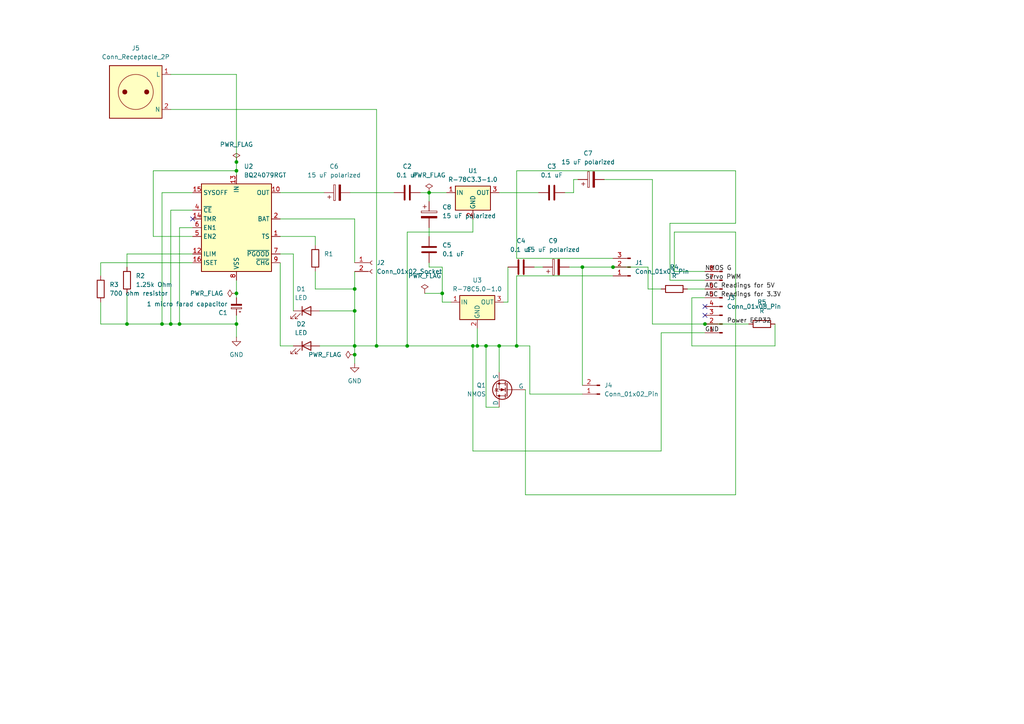
<source format=kicad_sch>
(kicad_sch (version 20250114) (generator "eeschema") (generator_version "9.0")
  (paper "A4")
  (lib_symbols
    (symbol "Battery_Management:BQ24079RGT"
      (property "Reference" "U" (at -8.89 13.97 0))
      (property "Value" "BQ24079RGT" (at 16.51 13.97 0))
      (symbol "BQ24079RGT_0_1"
        (rectangle (start -10.16 12.7) (end 10.16 -12.7) (stroke (width 0.254)) (fill (type background)))
      )
      (symbol "BQ24079RGT_1_1"
        (pin input line (at -12.7 10.16 0) (length 2.54) (name "SYSOFF") (number "15"))
        (pin input line (at -12.7 5.08 0) (length 2.54) (name "~{CE}") (number "4"))
        (pin input line (at -12.7 2.54 0) (length 2.54) (name "TMR") (number "14"))
        (pin input line (at -12.7 0 0) (length 2.54) (name "EN1") (number "6"))
        (pin input line (at -12.7 -2.54 0) (length 2.54) (name "EN2") (number "5"))
        (pin passive line (at -12.7 -7.62 0) (length 2.54) (name "ILIM") (number "12"))
        (pin passive line (at -12.7 -10.16 0) (length 2.54) (name "ISET") (number "16"))
        (pin power_in line (at 0 15.24 270) (length 2.54) (name "IN") (number "13"))
        (pin passive line (at 0 -15.24 90) (length 2.54) (hide yes) (name "VSS") (number "17"))
        (pin power_in line (at 0 -15.24 90) (length 2.54) (name "VSS") (number "8"))
        (pin power_out line (at 12.7 10.16 180) (length 2.54) (name "OUT") (number "10"))
        (pin passive line (at 12.7 10.16 180) (length 2.54) (hide yes) (name "OUT") (number "11"))
        (pin power_out line (at 12.7 2.54 180) (length 2.54) (name "BAT") (number "2"))
        (pin passive line (at 12.7 2.54 180) (length 2.54) (hide yes) (name "BAT") (number "3"))
        (pin passive line (at 12.7 -2.54 180) (length 2.54) (name "TS") (number "1"))
        (pin open_collector line (at 12.7 -7.62 180) (length 2.54) (name "~{PGOOD}") (number "7"))
        (pin open_collector line (at 12.7 -10.16 180) (length 2.54) (name "~{CHG}") (number "9"))
      )
    )
    (symbol "Connector:Conn_01x02_Pin" (pin_names (offset 1.016) (hide yes))
      (property "Reference" "J" (at 0 2.54 0))
      (property "Value" "Conn_01x02_Pin" (at 0 -5.08 0))
      (symbol "Conn_01x02_Pin_1_1"
        (rectangle (start 0.8636 0.127) (end 0 -0.127) (stroke (width 0.1524)) (fill (type outline)))
        (rectangle (start 0.8636 -2.413) (end 0 -2.667) (stroke (width 0.1524)) (fill (type outline)))
        (polyline (pts (xy 1.27 0) (xy 0.8636 0)) (stroke (width 0.1524)))
        (polyline (pts (xy 1.27 -2.54) (xy 0.8636 -2.54)) (stroke (width 0.1524)))
        (pin passive line (at 5.08 0 180) (length 3.81) (name "Pin_1") (number "1"))
        (pin passive line (at 5.08 -2.54 180) (length 3.81) (name "Pin_2") (number "2"))
      )
    )
    (symbol "Connector:Conn_01x02_Socket" (pin_names (offset 1.016) (hide yes))
      (property "Reference" "J" (at 0 2.54 0))
      (property "Value" "Conn_01x02_Socket" (at 0 -5.08 0))
      (symbol "Conn_01x02_Socket_1_1"
        (polyline (pts (xy -1.27 0) (xy -0.508 0)) (stroke (width 0.1524)))
        (polyline (pts (xy -1.27 -2.54) (xy -0.508 -2.54)) (stroke (width 0.1524)))
        (arc (start 0 -0.508) (mid -0.5058 0) (end 0 0.508) (stroke (width 0.1524)))
        (arc (start 0 -3.048) (mid -0.5058 -2.54) (end 0 -2.032) (stroke (width 0.1524)))
        (pin passive line (at -5.08 0 0) (length 3.81) (name "Pin_1") (number "1"))
        (pin passive line (at -5.08 -2.54 0) (length 3.81) (name "Pin_2") (number "2"))
      )
    )
    (symbol "Connector:Conn_01x03_Pin" (pin_names (offset 1.016) (hide yes))
      (property "Reference" "J" (at 0 5.08 0))
      (property "Value" "Conn_01x03_Pin" (at 0 -5.08 0))
      (symbol "Conn_01x03_Pin_1_1"
        (rectangle (start 0.8636 2.667) (end 0 2.413) (stroke (width 0.1524)) (fill (type outline)))
        (rectangle (start 0.8636 0.127) (end 0 -0.127) (stroke (width 0.1524)) (fill (type outline)))
        (rectangle (start 0.8636 -2.413) (end 0 -2.667) (stroke (width 0.1524)) (fill (type outline)))
        (polyline (pts (xy 1.27 2.54) (xy 0.8636 2.54)) (stroke (width 0.1524)))
        (polyline (pts (xy 1.27 0) (xy 0.8636 0)) (stroke (width 0.1524)))
        (polyline (pts (xy 1.27 -2.54) (xy 0.8636 -2.54)) (stroke (width 0.1524)))
        (pin passive line (at 5.08 2.54 180) (length 3.81) (name "Pin_1") (number "1"))
        (pin passive line (at 5.08 0 180) (length 3.81) (name "Pin_2") (number "2"))
        (pin passive line (at 5.08 -2.54 180) (length 3.81) (name "Pin_3") (number "3"))
      )
    )
    (symbol "Connector:Conn_01x08_Pin" (pin_names (offset 1.016) (hide yes))
      (property "Reference" "J" (at 0 10.16 0))
      (property "Value" "Conn_01x08_Pin" (at 0 -12.7 0))
      (symbol "Conn_01x08_Pin_1_1"
        (rectangle (start 0.8636 7.747) (end 0 7.493) (stroke (width 0.1524)) (fill (type outline)))
        (rectangle (start 0.8636 5.207) (end 0 4.953) (stroke (width 0.1524)) (fill (type outline)))
        (rectangle (start 0.8636 2.667) (end 0 2.413) (stroke (width 0.1524)) (fill (type outline)))
        (rectangle (start 0.8636 0.127) (end 0 -0.127) (stroke (width 0.1524)) (fill (type outline)))
        (rectangle (start 0.8636 -2.413) (end 0 -2.667) (stroke (width 0.1524)) (fill (type outline)))
        (rectangle (start 0.8636 -4.953) (end 0 -5.207) (stroke (width 0.1524)) (fill (type outline)))
        (rectangle (start 0.8636 -7.493) (end 0 -7.747) (stroke (width 0.1524)) (fill (type outline)))
        (rectangle (start 0.8636 -10.033) (end 0 -10.287) (stroke (width 0.1524)) (fill (type outline)))
        (polyline (pts (xy 1.27 7.62) (xy 0.8636 7.62)) (stroke (width 0.1524)))
        (polyline (pts (xy 1.27 5.08) (xy 0.8636 5.08)) (stroke (width 0.1524)))
        (polyline (pts (xy 1.27 2.54) (xy 0.8636 2.54)) (stroke (width 0.1524)))
        (polyline (pts (xy 1.27 0) (xy 0.8636 0)) (stroke (width 0.1524)))
        (polyline (pts (xy 1.27 -2.54) (xy 0.8636 -2.54)) (stroke (width 0.1524)))
        (polyline (pts (xy 1.27 -5.08) (xy 0.8636 -5.08)) (stroke (width 0.1524)))
        (polyline (pts (xy 1.27 -7.62) (xy 0.8636 -7.62)) (stroke (width 0.1524)))
        (polyline (pts (xy 1.27 -10.16) (xy 0.8636 -10.16)) (stroke (width 0.1524)))
        (pin passive line (at 5.08 7.62 180) (length 3.81) (name "Pin_1") (number "1"))
        (pin passive line (at 5.08 5.08 180) (length 3.81) (name "Pin_2") (number "2"))
        (pin passive line (at 5.08 2.54 180) (length 3.81) (name "Pin_3") (number "3"))
        (pin passive line (at 5.08 0 180) (length 3.81) (name "Pin_4") (number "4"))
        (pin passive line (at 5.08 -2.54 180) (length 3.81) (name "Pin_5") (number "5"))
        (pin passive line (at 5.08 -5.08 180) (length 3.81) (name "Pin_6") (number "6"))
        (pin passive line (at 5.08 -7.62 180) (length 3.81) (name "Pin_7") (number "7"))
        (pin passive line (at 5.08 -10.16 180) (length 3.81) (name "Pin_8") (number "8"))
      )
    )
    (symbol "Connector:Conn_Receptacle_2P"
      (property "Reference" "J" (at -7.112 8.636 0))
      (property "Value" "Conn_Receptacle_2P" (at 0.254 -8.89 0))
      (symbol "Conn_Receptacle_2P_0_1"
        (circle (center 0 0) (radius 5.08))
      )
      (symbol "Conn_Receptacle_2P_1_1"
        (rectangle (start -7.62 7.62) (end 7.62 -7.62) (stroke (width 0.254)) (fill (type background)))
        (circle (center -3.175 0) (radius 0.635) (fill (type outline)))
        (circle (center 3.175 0) (radius 0.635) (fill (type outline)))
        (pin power_in line (at 10.16 5.08 180) (length 2.54) (name "L") (number "1"))
        (pin power_out line (at 10.16 -5.08 180) (length 2.54) (name "N") (number "2"))
      )
    )
    (symbol "Device:C" (pin_numbers (hide yes)) (pin_names (offset 0.254))
      (property "Reference" "C" (at 0.635 2.54 0))
      (property "Value" "C" (at 0.635 -2.54 0))
      (symbol "C_0_1"
        (polyline (pts (xy -2.032 0.762) (xy 2.032 0.762)) (stroke (width 0.508)))
        (polyline (pts (xy -2.032 -0.762) (xy 2.032 -0.762)) (stroke (width 0.508)))
      )
      (symbol "C_1_1"
        (pin passive line (at 0 3.81 270) (length 2.794) (name "~") (number "1"))
        (pin passive line (at 0 -3.81 90) (length 2.794) (name "~") (number "2"))
      )
    )
    (symbol "Device:C_Polarized" (pin_numbers (hide yes)) (pin_names (offset 0.254))
      (property "Reference" "C" (at 0.635 2.54 0))
      (property "Value" "C_Polarized" (at 0.635 -2.54 0))
      (symbol "C_Polarized_0_1"
        (rectangle (start -2.286 0.508) (end 2.286 1.016))
        (polyline (pts (xy -1.778 2.286) (xy -0.762 2.286)))
        (polyline (pts (xy -1.27 2.794) (xy -1.27 1.778)))
        (rectangle (start 2.286 -0.508) (end -2.286 -1.016) (fill (type outline)))
      )
      (symbol "C_Polarized_1_1"
        (pin passive line (at 0 3.81 270) (length 2.794) (name "~") (number "1"))
        (pin passive line (at 0 -3.81 90) (length 2.794) (name "~") (number "2"))
      )
    )
    (symbol "Device:C_Polarized_Small" (pin_numbers (hide yes)) (pin_names (offset 0.254) (hide yes))
      (property "Reference" "C" (at 0.254 1.778 0))
      (property "Value" "C_Polarized_Small" (at 0.254 -2.032 0))
      (symbol "C_Polarized_Small_0_1"
        (rectangle (start -1.524 0.6858) (end 1.524 0.3048))
        (rectangle (start -1.524 -0.3048) (end 1.524 -0.6858) (fill (type outline)))
        (polyline (pts (xy -1.27 1.524) (xy -0.762 1.524)))
        (polyline (pts (xy -1.016 1.27) (xy -1.016 1.778)))
      )
      (symbol "C_Polarized_Small_1_1"
        (pin passive line (at 0 2.54 270) (length 1.8542) (name "~") (number "1"))
        (pin passive line (at 0 -2.54 90) (length 1.8542) (name "~") (number "2"))
      )
    )
    (symbol "Device:LED" (pin_numbers (hide yes)) (pin_names (offset 1.016) (hide yes))
      (property "Reference" "D" (at 0 2.54 0))
      (property "Value" "LED" (at 0 -2.54 0))
      (symbol "LED_0_1"
        (polyline (pts (xy -3.048 -0.762) (xy -4.572 -2.286) (xy -3.81 -2.286) (xy -4.572 -2.286) (xy -4.572 -1.524)))
        (polyline (pts (xy -1.778 -0.762) (xy -3.302 -2.286) (xy -2.54 -2.286) (xy -3.302 -2.286) (xy -3.302 -1.524)))
        (polyline (pts (xy -1.27 0) (xy 1.27 0)))
        (polyline (pts (xy -1.27 -1.27) (xy -1.27 1.27)) (stroke (width 0.254)))
        (polyline (pts (xy 1.27 -1.27) (xy 1.27 1.27) (xy -1.27 0) (xy 1.27 -1.27)) (stroke (width 0.254)))
      )
      (symbol "LED_1_1"
        (pin passive line (at -3.81 0 0) (length 2.54) (name "K") (number "1"))
        (pin passive line (at 3.81 0 180) (length 2.54) (name "A") (number "2"))
      )
    )
    (symbol "Device:R" (pin_numbers (hide yes)) (pin_names (offset 0))
      (property "Reference" "R" (at 2.032 0 90))
      (property "Value" "R" (at 0 0 90))
      (symbol "R_0_1"
        (rectangle (start -1.016 -2.54) (end 1.016 2.54) (stroke (width 0.254)))
      )
      (symbol "R_1_1"
        (pin passive line (at 0 3.81 270) (length 1.27) (name "~") (number "1"))
        (pin passive line (at 0 -3.81 90) (length 1.27) (name "~") (number "2"))
      )
    )
    (symbol "Regulator_Switching:R-78C3.3-1.0" (pin_names (offset 0.254))
      (property "Reference" "U" (at -3.81 3.175 0))
      (property "Value" "R-78C3.3-1.0" (at 0 3.175 0))
      (symbol "R-78C3.3-1.0_0_1"
        (rectangle (start -5.08 1.905) (end 5.08 -5.08) (stroke (width 0.254)) (fill (type background)))
      )
      (symbol "R-78C3.3-1.0_1_1"
        (pin power_in line (at -7.62 0 0) (length 2.54) (name "IN") (number "1"))
        (pin power_in line (at 0 -7.62 90) (length 2.54) (name "GND") (number "2"))
        (pin power_out line (at 7.62 0 180) (length 2.54) (name "OUT") (number "3"))
      )
    )
    (symbol "Regulator_Switching:R-78C5.0-1.0" (pin_names (offset 0.254))
      (property "Reference" "U" (at -3.81 3.175 0))
      (property "Value" "R-78C5.0-1.0" (at 0 3.175 0))
      (symbol "R-78C5.0-1.0_0_1"
        (rectangle (start -5.08 1.905) (end 5.08 -5.08) (stroke (width 0.254)) (fill (type background)))
      )
      (symbol "R-78C5.0-1.0_1_1"
        (pin power_in line (at -7.62 0 0) (length 2.54) (name "IN") (number "1"))
        (pin power_in line (at 0 -7.62 90) (length 2.54) (name "GND") (number "2"))
        (pin power_out line (at 7.62 0 180) (length 2.54) (name "OUT") (number "3"))
      )
    )
    (symbol "Simulation_SPICE:NMOS" (pin_numbers (hide yes)) (pin_names (offset 0))
      (property "Reference" "Q" (at 5.08 1.27 0))
      (property "Value" "NMOS" (at 5.08 -1.27 0))
      (symbol "NMOS_0_1"
        (polyline (pts (xy 0.254 1.905) (xy 0.254 -1.905)) (stroke (width 0.254)))
        (polyline (pts (xy 0.254 0) (xy -2.54 0)))
        (polyline (pts (xy 0.762 2.286) (xy 0.762 1.27)) (stroke (width 0.254)))
        (polyline (pts (xy 0.762 0.508) (xy 0.762 -0.508)) (stroke (width 0.254)))
        (polyline (pts (xy 0.762 -1.27) (xy 0.762 -2.286)) (stroke (width 0.254)))
        (polyline (pts (xy 0.762 -1.778) (xy 3.302 -1.778) (xy 3.302 1.778) (xy 0.762 1.778)))
        (polyline (pts (xy 1.016 0) (xy 2.032 0.381) (xy 2.032 -0.381) (xy 1.016 0)) (fill (type outline)))
        (circle (center 1.651 0) (radius 2.794) (stroke (width 0.254)))
        (polyline (pts (xy 2.54 2.54) (xy 2.54 1.778)))
        (circle (center 2.54 1.778) (radius 0.254) (fill (type outline)))
        (circle (center 2.54 -1.778) (radius 0.254) (fill (type outline)))
        (polyline (pts (xy 2.54 -2.54) (xy 2.54 0) (xy 0.762 0)))
        (polyline (pts (xy 2.794 0.508) (xy 2.921 0.381) (xy 3.683 0.381) (xy 3.81 0.254)))
        (polyline (pts (xy 3.302 0.381) (xy 2.921 -0.254) (xy 3.683 -0.254) (xy 3.302 0.381)))
      )
      (symbol "NMOS_1_1"
        (pin input line (at -5.08 0 0) (length 2.54) (name "G") (number "2"))
        (pin passive line (at 2.54 5.08 270) (length 2.54) (name "D") (number "1"))
        (pin passive line (at 2.54 -5.08 90) (length 2.54) (name "S") (number "3"))
      )
    )
    (symbol "power:GND" (power) (pin_numbers (hide yes)) (pin_names (offset 0) (hide yes))
      (property "Value" "GND" (at 0 -3.81 0))
      (symbol "GND_0_1"
        (polyline (pts (xy 0 0) (xy 0 -1.27) (xy 1.27 -1.27) (xy 0 -2.54) (xy -1.27 -1.27) (xy 0 -1.27)))
      )
      (symbol "GND_1_1"
        (pin power_in line (at 0 0 270) (length 0) (name "~") (number "1"))
      )
    )
    (symbol "power:PWR_FLAG" (power) (pin_numbers (hide yes)) (pin_names (offset 0) (hide yes))
      (property "Value" "PWR_FLAG" (at 0 3.81 0))
      (symbol "PWR_FLAG_0_0"
        (pin power_out line (at 0 0 90) (length 0) (name "~") (number "1"))
      )
      (symbol "PWR_FLAG_0_1"
        (polyline (pts (xy 0 0) (xy 0 1.27) (xy -1.016 1.905) (xy 0 2.54) (xy 1.016 1.905) (xy 0 1.27)))
      )
    )
  )
  (junction (at 149.86 100.33))
  (junction (at 68.58 85.09))
  (junction (at 52.07 93.98))
  (junction (at 204.47 93.98))
  (junction (at 102.87 100.33))
  (junction (at 102.87 83.82))
  (junction (at 68.58 93.98))
  (junction (at 102.87 90.17))
  (junction (at 49.53 93.98))
  (junction (at 128.27 85.09))
  (junction (at 124.46 55.88))
  (junction (at 144.78 100.33))
  (junction (at 138.43 100.33))
  (junction (at 177.8 77.47))
  (junction (at 168.91 77.47))
  (junction (at 109.22 100.33))
  (junction (at 46.99 93.98))
  (junction (at 137.16 100.33))
  (junction (at 102.87 102.87))
  (junction (at 68.58 46.99))
  (junction (at 118.11 100.33))
  (junction (at 140.97 100.33))
  (junction (at 36.83 93.98))
  (junction (at 68.58 49.53))
  (no_connect (at 55.88 63.5))
  (no_connect (at 204.47 91.44))
  (no_connect (at 204.47 88.9))
  (wire (pts (xy 36.83 93.98) (xy 46.99 93.98)))
  (wire (pts (xy 124.46 77.47) (xy 128.27 77.47)))
  (wire (pts (xy 189.23 93.98) (xy 204.47 93.98)))
  (wire (pts (xy 85.09 73.66) (xy 85.09 90.17)))
  (wire (pts (xy 144.78 55.88) (xy 156.21 55.88)))
  (wire (pts (xy 149.86 100.33) (xy 144.78 100.33)))
  (wire (pts (xy 195.58 67.31) (xy 213.36 67.31)))
  (wire (pts (xy 55.88 73.66) (xy 36.83 73.66)))
  (wire (pts (xy 140.97 100.33) (xy 138.43 100.33)))
  (wire (pts (xy 49.53 31.75) (xy 109.22 31.75)))
  (wire (pts (xy 68.58 91.44) (xy 68.58 93.98)))
  (wire (pts (xy 68.58 85.09) (xy 68.58 86.36)))
  (wire (pts (xy 121.92 55.88) (xy 124.46 55.88)))
  (wire (pts (xy 81.28 68.58) (xy 91.44 68.58)))
  (wire (pts (xy 68.58 21.59) (xy 68.58 46.99)))
  (wire (pts (xy 49.53 60.96) (xy 49.53 93.98)))
  (wire (pts (xy 81.28 55.88) (xy 93.98 55.88)))
  (wire (pts (xy 81.28 76.2) (xy 81.28 100.33)))
  (wire (pts (xy 44.45 49.53) (xy 68.58 49.53)))
  (wire (pts (xy 154.94 77.47) (xy 157.48 77.47)))
  (wire (pts (xy 92.71 90.17) (xy 102.87 90.17)))
  (wire (pts (xy 165.1 77.47) (xy 168.91 77.47)))
  (wire (pts (xy 55.88 66.04) (xy 52.07 66.04)))
  (wire (pts (xy 92.71 100.33) (xy 102.87 100.33)))
  (wire (pts (xy 118.11 67.31) (xy 118.11 100.33)))
  (wire (pts (xy 29.21 87.63) (xy 29.21 93.98)))
  (wire (pts (xy 91.44 68.58) (xy 91.44 71.12)))
  (wire (pts (xy 46.99 93.98) (xy 49.53 93.98)))
  (wire (pts (xy 152.4 143.51) (xy 213.36 143.51)))
  (wire (pts (xy 128.27 85.09) (xy 128.27 77.47)))
  (wire (pts (xy 137.16 63.5) (xy 137.16 67.31)))
  (wire (pts (xy 52.07 93.98) (xy 68.58 93.98)))
  (wire (pts (xy 102.87 63.5) (xy 102.87 76.2)))
  (wire (pts (xy 138.43 95.25) (xy 138.43 100.33)))
  (wire (pts (xy 137.16 100.33) (xy 118.11 100.33)))
  (wire (pts (xy 149.86 74.93) (xy 149.86 49.53)))
  (wire (pts (xy 36.83 85.09) (xy 36.83 93.98)))
  (wire (pts (xy 55.88 55.88) (xy 46.99 55.88)))
  (wire (pts (xy 85.09 100.33) (xy 81.28 100.33)))
  (wire (pts (xy 124.46 76.2) (xy 124.46 77.47)))
  (wire (pts (xy 68.58 81.28) (xy 68.58 85.09)))
  (wire (pts (xy 49.53 93.98) (xy 52.07 93.98)))
  (wire (pts (xy 187.96 83.82) (xy 191.77 83.82)))
  (wire (pts (xy 138.43 100.33) (xy 137.16 100.33)))
  (wire (pts (xy 175.26 52.07) (xy 189.23 52.07)))
  (wire (pts (xy 81.28 73.66) (xy 85.09 73.66)))
  (wire (pts (xy 152.4 113.03) (xy 152.4 143.51)))
  (wire (pts (xy 166.37 55.88) (xy 163.83 55.88)))
  (wire (pts (xy 149.86 74.93) (xy 177.8 74.93)))
  (wire (pts (xy 194.31 64.77) (xy 213.36 64.77)))
  (wire (pts (xy 204.47 93.98) (xy 217.17 93.98)))
  (wire (pts (xy 153.67 114.3) (xy 153.67 100.33)))
  (wire (pts (xy 109.22 100.33) (xy 102.87 100.33)))
  (wire (pts (xy 124.46 55.88) (xy 129.54 55.88)))
  (wire (pts (xy 168.91 77.47) (xy 168.91 111.76)))
  (wire (pts (xy 91.44 78.74) (xy 91.44 83.82)))
  (wire (pts (xy 102.87 105.41) (xy 102.87 102.87)))
  (wire (pts (xy 191.77 130.81) (xy 191.77 96.52)))
  (wire (pts (xy 144.78 100.33) (xy 144.78 107.95)))
  (wire (pts (xy 187.96 77.47) (xy 187.96 83.82)))
  (wire (pts (xy 213.36 49.53) (xy 213.36 64.77)))
  (wire (pts (xy 191.77 96.52) (xy 204.47 96.52)))
  (wire (pts (xy 224.79 93.98) (xy 224.79 100.33)))
  (wire (pts (xy 149.86 49.53) (xy 213.36 49.53)))
  (wire (pts (xy 102.87 90.17) (xy 102.87 83.82)))
  (wire (pts (xy 102.87 78.74) (xy 102.87 83.82)))
  (wire (pts (xy 55.88 68.58) (xy 44.45 68.58)))
  (wire (pts (xy 123.19 85.09) (xy 128.27 85.09)))
  (wire (pts (xy 137.16 130.81) (xy 191.77 130.81)))
  (wire (pts (xy 224.79 100.33) (xy 200.66 100.33)))
  (wire (pts (xy 189.23 52.07) (xy 189.23 93.98)))
  (wire (pts (xy 81.28 63.5) (xy 102.87 63.5)))
  (wire (pts (xy 29.21 80.01) (xy 29.21 76.2)))
  (wire (pts (xy 118.11 100.33) (xy 109.22 100.33)))
  (wire (pts (xy 194.31 81.28) (xy 204.47 81.28)))
  (wire (pts (xy 166.37 52.07) (xy 167.64 52.07)))
  (wire (pts (xy 124.46 55.88) (xy 124.46 58.42)))
  (wire (pts (xy 44.45 68.58) (xy 44.45 49.53)))
  (wire (pts (xy 91.44 83.82) (xy 102.87 83.82)))
  (wire (pts (xy 46.99 55.88) (xy 46.99 93.98)))
  (wire (pts (xy 199.39 83.82) (xy 204.47 83.82)))
  (wire (pts (xy 52.07 66.04) (xy 52.07 93.98)))
  (wire (pts (xy 194.31 64.77) (xy 194.31 81.28)))
  (wire (pts (xy 137.16 67.31) (xy 118.11 67.31)))
  (wire (pts (xy 153.67 100.33) (xy 149.86 100.33)))
  (wire (pts (xy 102.87 102.87) (xy 102.87 100.33)))
  (wire (pts (xy 49.53 21.59) (xy 68.58 21.59)))
  (wire (pts (xy 68.58 46.99) (xy 68.58 49.53)))
  (wire (pts (xy 140.97 118.11) (xy 140.97 100.33)))
  (wire (pts (xy 177.8 77.47) (xy 187.96 77.47)))
  (wire (pts (xy 195.58 67.31) (xy 195.58 78.74)))
  (wire (pts (xy 68.58 93.98) (xy 68.58 97.79)))
  (wire (pts (xy 68.58 49.53) (xy 68.58 50.8)))
  (wire (pts (xy 146.05 87.63) (xy 147.32 87.63)))
  (wire (pts (xy 55.88 60.96) (xy 49.53 60.96)))
  (wire (pts (xy 36.83 73.66) (xy 36.83 77.47)))
  (wire (pts (xy 29.21 93.98) (xy 36.83 93.98)))
  (wire (pts (xy 109.22 31.75) (xy 109.22 100.33)))
  (wire (pts (xy 166.37 52.07) (xy 166.37 55.88)))
  (wire (pts (xy 168.91 114.3) (xy 153.67 114.3)))
  (wire (pts (xy 128.27 87.63) (xy 130.81 87.63)))
  (wire (pts (xy 29.21 76.2) (xy 55.88 76.2)))
  (wire (pts (xy 195.58 78.74) (xy 204.47 78.74)))
  (wire (pts (xy 200.66 86.36) (xy 204.47 86.36)))
  (wire (pts (xy 101.6 55.88) (xy 114.3 55.88)))
  (wire (pts (xy 147.32 87.63) (xy 147.32 77.47)))
  (wire (pts (xy 213.36 143.51) (xy 213.36 67.31)))
  (wire (pts (xy 144.78 118.11) (xy 140.97 118.11)))
  (wire (pts (xy 149.86 80.01) (xy 177.8 80.01)))
  (wire (pts (xy 144.78 100.33) (xy 140.97 100.33)))
  (wire (pts (xy 168.91 77.47) (xy 177.8 77.47)))
  (wire (pts (xy 128.27 87.63) (xy 128.27 85.09)))
  (wire (pts (xy 102.87 100.33) (xy 102.87 90.17)))
  (wire (pts (xy 200.66 100.33) (xy 200.66 86.36)))
  (wire (pts (xy 124.46 66.04) (xy 124.46 68.58)))
  (wire (pts (xy 137.16 130.81) (xy 137.16 100.33)))
  (wire (pts (xy 149.86 80.01) (xy 149.86 100.33)))
  (label "NMOS G" (at 204.47 78.74 0))
  (label "GND" (at 204.47 96.52 0))
  (label "Power ESP32" (at 210.82 93.98 0))
  (label "ADC Readings for 3.3V" (at 204.47 86.36 0))
  (label "ADC Readings for 5V" (at 204.47 83.82 0))
  (label "Servo PWM" (at 204.47 81.28 0))
  (symbol (lib_id "Connector:Conn_01x03_Pin") (at 182.88 77.47 180) (unit 1)
    (property "Reference" "J1" (at 184.15 76.1999 0) (effects (justify right)))
    (property "Value" "Conn_01x03_Pin" (at 184.15 78.7399 0) (effects (justify right)))
    (property "Footprint" "Connector_PinHeader_1.27mm:PinHeader_1x03_P1.27mm_Vertical" (effects (hide yes)))
    (property "Description" "Generic connector, single row, 01x03, script generated" (effects (hide yes)))
  )
  (symbol (lib_id "Device:C_Polarized") (at 124.46 62.23 0) (unit 1)
    (property "Reference" "C8" (at 128.27 60.0709 0) (effects (justify left)))
    (property "Value" "15 uF polarized" (at 128.27 62.6109 0) (effects (justify left)))
    (property "Footprint" "Capacitor_THT:CP_Radial_D6.3mm_P2.50mm" (effects (hide yes)))
    (property "Description" "Polarized capacitor" (effects (hide yes)))
  )
  (symbol (lib_id "Regulator_Switching:R-78C3.3-1.0") (at 137.16 55.88 0) (unit 1)
    (property "Reference" "U1" (at 137.16 49.53 0))
    (property "Value" "R-78C3.3-1.0" (at 137.16 52.07 0))
    (property "Footprint" "Converter_DCDC:Converter_DCDC_RECOM_R-78E-0.5_THT" (effects (hide yes)))
    (property "Datasheet" "https://www.recom-power.com/pdf/Innoline/R-78Cxx-1.0.pdf" (effects (hide yes)))
    (property "Description" "1A Step-Down DC/DC-Regulator, 6-42V input, 3.3V fixed Output Voltage, LM78xx replacement, -40°C to +85°C, SIP3" (effects (hide yes)))
  )
  (symbol (lib_id "Device:R") (at 91.44 74.93 0) (unit 1)
    (property "Reference" "R1" (at 93.98 73.6599 0) (effects (justify left)))
    (property "Value" "10k Ohms" (effects (hide yes)))
    (property "Footprint" "Resistor_THT:R_Axial_DIN0204_L3.6mm_D1.6mm_P7.62mm_Horizontal" (effects (hide yes)))
    (property "Description" "Resistor" (effects (hide yes)))
  )
  (symbol (lib_id "Device:C_Polarized") (at 97.79 55.88 90) (unit 1)
    (property "Reference" "C6" (at 96.901 48.26 90))
    (property "Value" "15 uF polarized" (at 96.901 50.8 90))
    (property "Footprint" "Capacitor_THT:CP_Radial_D6.3mm_P2.50mm" (effects (hide yes)))
    (property "Description" "Polarized capacitor" (effects (hide yes)))
  )
  (symbol (lib_id "Connector:Conn_Receptacle_2P") (at 39.37 26.67 0) (unit 1)
    (property "Reference" "J5" (at 39.37 13.97 0))
    (property "Value" "Conn_Receptacle_2P" (at 39.37 16.51 0))
    (property "Footprint" "Connector_BarrelJack:BarrelJack_CUI_PJ-063AH_Horizontal" (effects (hide yes)))
    (property "Description" "2 Pins non-protected generic plug" (effects (hide yes)))
  )
  (symbol (lib_id "Connector:Conn_01x08_Pin") (at 209.55 88.9 180) (unit 1)
    (property "Reference" "J3" (at 210.82 86.3599 0) (effects (justify right)))
    (property "Value" "Conn_01x08_Pin" (at 210.82 88.8999 0) (effects (justify right)))
    (property "Footprint" "Connector_PinHeader_1.27mm:PinHeader_1x08_P1.27mm_Vertical" (effects (hide yes)))
    (property "Description" "Generic connector, single row, 01x08, script generated" (effects (hide yes)))
  )
  (symbol (lib_id "Battery_Management:BQ24079RGT") (at 68.58 66.04 0) (unit 1)
    (property "Reference" "U2" (at 70.7233 48.26 0) (effects (justify left)))
    (property "Value" "BQ24079RGT" (at 70.7233 50.8 0) (effects (justify left)))
    (property "Footprint" "Package_DFN_QFN:VQFN-16-1EP_3x3mm_P0.5mm_EP1.6x1.6mm" (effects (hide yes)))
    (property "Datasheet" "http://www.ti.com/lit/ds/symlink/bq24079.pdf" (effects (hide yes)))
    (property "Description" "USB-Friendly Li-Ion Battery Charger and Power-Path Management, VQFN-16" (effects (hide yes)))
  )
  (symbol (lib_id "Connector:Conn_01x02_Pin") (at 173.99 114.3 180) (unit 1)
    (property "Reference" "J4" (at 175.26 111.7599 0) (effects (justify right)))
    (property "Value" "Conn_01x02_Pin" (at 175.26 114.2999 0) (effects (justify right)))
    (property "Footprint" "Connector_PinHeader_1.27mm:PinHeader_1x02_P1.27mm_Vertical" (effects (hide yes)))
    (property "Description" "Generic connector, single row, 01x02, script generated" (effects (hide yes)))
  )
  (symbol (lib_id "Simulation_SPICE:NMOS") (at 147.32 113.03 180) (unit 1)
    (property "Reference" "Q1" (at 140.97 111.7599 0) (effects (justify left)))
    (property "Value" "NMOS" (at 140.97 114.2999 0) (effects (justify left)))
    (property "Footprint" "Transistor_Power:GaN_Systems_GaNPX-3_5x6.6mm_Drain3.76x0.6mm" (effects (hide yes)))
    (property "Datasheet" "https://ngspice.sourceforge.io/docs/ngspice-html-manual/manual.xhtml#cha_MOSFETs" (effects (hide yes)))
    (property "Description" "N-MOSFET transistor, drain/source/gate" (effects (hide yes)))
    (property "Sim.Device" "NMOS" (effects (hide yes)))
    (property "Sim.Type" "VDMOS" (effects (hide yes)))
    (property "Sim.Pins" "1=D 2=G 3=S" (effects (hide yes)))
  )
  (symbol (lib_id "Device:C") (at 124.46 72.39 0) (unit 1)
    (property "Reference" "C5" (at 128.27 71.1199 0) (effects (justify left)))
    (property "Value" "0.1 uF" (at 128.27 73.6599 0) (effects (justify left)))
    (property "Footprint" "Capacitor_THT:CP_Radial_D5.0mm_P2.00mm" (effects (hide yes)))
    (property "Description" "Unpolarized capacitor" (effects (hide yes)))
  )
  (symbol (lib_id "Device:LED") (at 88.9 90.17 0) (unit 1)
    (property "Reference" "D1" (at 87.3125 83.82 0))
    (property "Value" "LED" (at 87.3125 86.36 0))
    (property "Footprint" "LED_THT:LED_D5.0mm" (effects (hide yes)))
    (property "Description" "Light emitting diode" (effects (hide yes)))
    (property "Sim.Pins" "1=K 2=A" (effects (hide yes)))
  )
  (symbol (lib_id "power:PWR_FLAG") (at 124.46 55.88 0) (unit 1)
    (property "Reference" "#FLG02" (effects (hide yes)))
    (property "Value" "PWR_FLAG" (at 124.46 50.8 0))
    (property "Description" "Special symbol for telling ERC where power comes from" (effects (hide yes)))
  )
  (symbol (lib_id "Device:R") (at 29.21 83.82 0) (unit 1)
    (property "Reference" "R3" (at 31.75 82.5499 0) (effects (justify left)))
    (property "Value" "700 ohm resistor" (at 31.75 85.0899 0) (effects (justify left)))
    (property "Footprint" "Resistor_THT:R_Axial_DIN0204_L3.6mm_D1.6mm_P7.62mm_Horizontal" (effects (hide yes)))
    (property "Description" "Resistor" (effects (hide yes)))
  )
  (symbol (lib_id "Device:C_Polarized_Small") (at 68.58 88.9 180) (unit 1)
    (property "Reference" "C1" (at 66.04 90.7162 0) (effects (justify left)))
    (property "Value" "1 micro farad capacitor" (at 66.04 88.1762 0) (effects (justify left)))
    (property "Footprint" "Capacitor_THT:CP_Radial_D5.0mm_P2.00mm" (effects (hide yes)))
    (property "Description" "Polarized capacitor, small symbol" (effects (hide yes)))
  )
  (symbol (lib_id "Device:C") (at 160.02 55.88 270) (unit 1)
    (property "Reference" "C3" (at 160.02 48.26 90))
    (property "Value" "0.1 uF" (at 160.02 50.8 90))
    (property "Footprint" "Capacitor_THT:CP_Radial_D5.0mm_P2.00mm" (effects (hide yes)))
    (property "Description" "Unpolarized capacitor" (effects (hide yes)))
  )
  (symbol (lib_id "Device:C") (at 118.11 55.88 270) (unit 1)
    (property "Reference" "C2" (at 118.11 48.26 90))
    (property "Value" "0.1 uF" (at 118.11 50.8 90))
    (property "Footprint" "Capacitor_THT:CP_Radial_D5.0mm_P2.00mm" (effects (hide yes)))
    (property "Description" "Unpolarized capacitor" (effects (hide yes)))
  )
  (symbol (lib_id "Device:R") (at 195.58 83.82 90) (unit 1)
    (property "Reference" "R4" (at 195.58 77.47 90))
    (property "Value" "R" (at 195.58 80.01 90))
    (property "Footprint" "Resistor_THT:R_Axial_DIN0414_L11.9mm_D4.5mm_P5.08mm_Vertical" (effects (hide yes)))
    (property "Description" "Resistor" (effects (hide yes)))
  )
  (symbol (lib_id "power:PWR_FLAG") (at 68.58 85.09 90) (unit 1)
    (property "Reference" "#FLG04" (effects (hide yes)))
    (property "Value" "PWR_FLAG" (at 64.77 85.0899 90) (effects (justify left)))
    (property "Description" "Special symbol for telling ERC where power comes from" (effects (hide yes)))
  )
  (symbol (lib_id "Device:C_Polarized") (at 161.29 77.47 90) (unit 1)
    (property "Reference" "C9" (at 160.401 69.85 90))
    (property "Value" "15 uF polarized" (at 160.401 72.39 90))
    (property "Footprint" "Capacitor_THT:CP_Radial_D6.3mm_P2.50mm" (effects (hide yes)))
    (property "Description" "Polarized capacitor" (effects (hide yes)))
  )
  (symbol (lib_id "power:PWR_FLAG") (at 123.19 85.09 0) (unit 1)
    (property "Reference" "#FLG03" (effects (hide yes)))
    (property "Value" "PWR_FLAG" (at 123.19 80.01 0))
    (property "Description" "Special symbol for telling ERC where power comes from" (effects (hide yes)))
  )
  (symbol (lib_id "Device:C") (at 151.13 77.47 90) (unit 1)
    (property "Reference" "C4" (at 151.13 69.85 90))
    (property "Value" "0.1 uF" (at 151.13 72.39 90))
    (property "Footprint" "Capacitor_THT:CP_Radial_D5.0mm_P2.00mm" (effects (hide yes)))
    (property "Description" "Unpolarized capacitor" (effects (hide yes)))
  )
  (symbol (lib_id "Device:C_Polarized") (at 171.45 52.07 90) (unit 1)
    (property "Reference" "C7" (at 170.561 44.45 90))
    (property "Value" "15 uF polarized" (at 170.561 46.99 90))
    (property "Footprint" "Capacitor_THT:CP_Radial_D6.3mm_P2.50mm" (effects (hide yes)))
    (property "Description" "Polarized capacitor" (effects (hide yes)))
  )
  (symbol (lib_id "power:GND") (at 102.87 105.41 0) (unit 1)
    (property "Reference" "#PWR01" (effects (hide yes)))
    (property "Value" "GND" (at 102.87 110.49 0))
    (property "Description" "Power symbol creates a global label with name \"GND\" , ground" (effects (hide yes)))
  )
  (symbol (lib_id "Device:R") (at 36.83 81.28 0) (unit 1)
    (property "Reference" "R2" (at 39.37 80.0099 0) (effects (justify left)))
    (property "Value" "1.25k Ohm" (at 39.37 82.5499 0) (effects (justify left)))
    (property "Footprint" "Resistor_THT:R_Axial_DIN0204_L3.6mm_D1.6mm_P7.62mm_Horizontal" (effects (hide yes)))
    (property "Description" "Resistor" (effects (hide yes)))
  )
  (symbol (lib_id "Connector:Conn_01x02_Socket") (at 107.95 76.2 0) (unit 1)
    (property "Reference" "J2" (at 109.22 76.1999 0) (effects (justify left)))
    (property "Value" "Conn_01x02_Socket" (at 109.22 78.7399 0) (effects (justify left)))
    (property "Footprint" "Connector_PinSocket_1.27mm:PinSocket_1x02_P1.27mm_Vertical" (effects (hide yes)))
    (property "Description" "Generic connector, single row, 01x02, script generated" (effects (hide yes)))
  )
  (symbol (lib_id "Regulator_Switching:R-78C5.0-1.0") (at 138.43 87.63 0) (unit 1)
    (property "Reference" "U3" (at 138.43 81.28 0))
    (property "Value" "R-78C5.0-1.0" (at 138.43 83.82 0))
    (property "Footprint" "Converter_DCDC:Converter_DCDC_RECOM_R-78E-0.5_THT" (effects (hide yes)))
    (property "Datasheet" "https://www.recom-power.com/pdf/Innoline/R-78Cxx-1.0.pdf" (effects (hide yes)))
    (property "Description" "1A Step-Down DC/DC-Regulator, 7-42V input, 5V fixed Output Voltage, LM78xx replacement, -40°C to +85°C, SIP3" (effects (hide yes)))
  )
  (symbol (lib_id "power:PWR_FLAG") (at 102.87 102.87 90) (unit 1)
    (property "Reference" "#FLG05" (effects (hide yes)))
    (property "Value" "PWR_FLAG" (at 99.06 102.8699 90) (effects (justify left)))
    (property "Description" "Special symbol for telling ERC where power comes from" (effects (hide yes)))
  )
  (symbol (lib_id "Device:LED") (at 88.9 100.33 0) (unit 1)
    (property "Reference" "D2" (at 87.3125 93.98 0))
    (property "Value" "LED" (at 87.3125 96.52 0))
    (property "Footprint" "LED_THT:LED_D5.0mm" (effects (hide yes)))
    (property "Description" "Light emitting diode" (effects (hide yes)))
    (property "Sim.Pins" "1=K 2=A" (effects (hide yes)))
  )
  (symbol (lib_id "power:PWR_FLAG") (at 68.58 46.99 0) (unit 1)
    (property "Reference" "#FLG01" (effects (hide yes)))
    (property "Value" "PWR_FLAG" (at 68.58 41.91 0))
    (property "Description" "Special symbol for telling ERC where power comes from" (effects (hide yes)))
  )
  (symbol (lib_id "power:GND") (at 68.58 97.79 0) (unit 1)
    (property "Reference" "#PWR02" (effects (hide yes)))
    (property "Value" "GND" (at 68.58 102.87 0))
    (property "Description" "Power symbol creates a global label with name \"GND\" , ground" (effects (hide yes)))
  )
  (symbol (lib_id "Device:R") (at 220.98 93.98 90) (unit 1)
    (property "Reference" "R5" (at 220.98 87.63 90))
    (property "Value" "R" (at 220.98 90.17 90))
    (property "Footprint" "Resistor_THT:R_Axial_DIN0414_L11.9mm_D4.5mm_P5.08mm_Vertical" (effects (hide yes)))
    (property "Description" "Resistor" (effects (hide yes)))
  )
)
</source>
